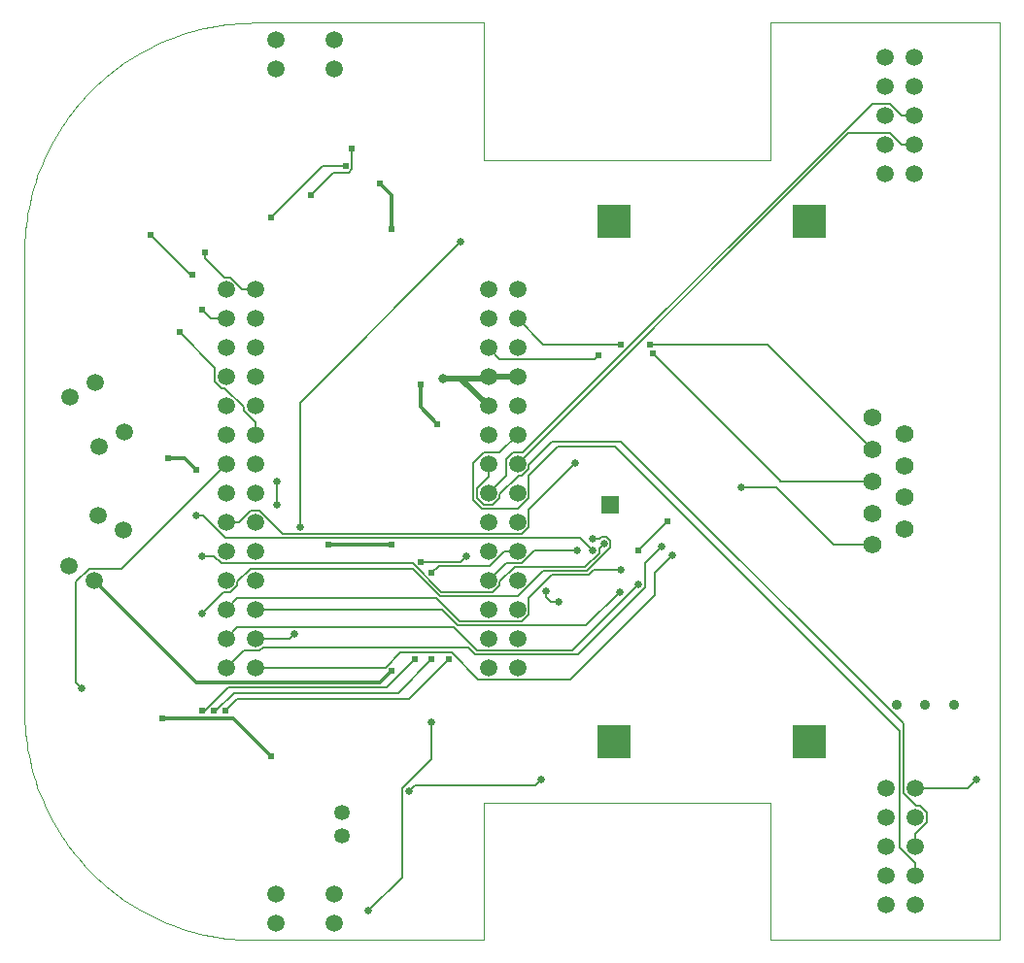
<source format=gbl>
G75*
%MOIN*%
%OFA0B0*%
%FSLAX25Y25*%
%IPPOS*%
%LPD*%
%AMOC8*
5,1,8,0,0,1.08239X$1,22.5*
%
%ADD10C,0.00000*%
%ADD11C,0.05315*%
%ADD12C,0.05906*%
%ADD13C,0.03562*%
%ADD14R,0.06063X0.06063*%
%ADD15C,0.06201*%
%ADD16C,0.02578*%
%ADD17C,0.00787*%
%ADD18C,0.03169*%
%ADD19C,0.01969*%
%ADD20C,0.02400*%
%ADD21C,0.01181*%
%ADD22R,0.11811X0.11811*%
D10*
X0105631Y0113505D02*
X0105631Y0270985D01*
X0105654Y0272888D01*
X0105723Y0274789D01*
X0105838Y0276689D01*
X0105999Y0278585D01*
X0106205Y0280476D01*
X0106457Y0282362D01*
X0106755Y0284241D01*
X0107098Y0286113D01*
X0107486Y0287976D01*
X0107919Y0289829D01*
X0108397Y0291671D01*
X0108919Y0293500D01*
X0109485Y0295317D01*
X0110095Y0297119D01*
X0110748Y0298907D01*
X0111444Y0300677D01*
X0112183Y0302431D01*
X0112964Y0304166D01*
X0113786Y0305882D01*
X0114650Y0307577D01*
X0115555Y0309251D01*
X0116500Y0310903D01*
X0117484Y0312531D01*
X0118507Y0314136D01*
X0119569Y0315714D01*
X0120669Y0317267D01*
X0121806Y0318793D01*
X0122979Y0320291D01*
X0124189Y0321760D01*
X0125433Y0323199D01*
X0126712Y0324608D01*
X0128025Y0325986D01*
X0129370Y0327331D01*
X0130748Y0328644D01*
X0132157Y0329923D01*
X0133596Y0331167D01*
X0135065Y0332377D01*
X0136563Y0333550D01*
X0138089Y0334687D01*
X0139642Y0335787D01*
X0141220Y0336849D01*
X0142825Y0337872D01*
X0144453Y0338856D01*
X0146105Y0339801D01*
X0147779Y0340706D01*
X0149474Y0341570D01*
X0151190Y0342392D01*
X0152925Y0343173D01*
X0154679Y0343912D01*
X0156449Y0344608D01*
X0158237Y0345261D01*
X0160039Y0345871D01*
X0161856Y0346437D01*
X0163685Y0346959D01*
X0165527Y0347437D01*
X0167380Y0347870D01*
X0169243Y0348258D01*
X0171115Y0348601D01*
X0172994Y0348899D01*
X0174880Y0349151D01*
X0176771Y0349357D01*
X0178667Y0349518D01*
X0180567Y0349633D01*
X0182468Y0349702D01*
X0184371Y0349725D01*
X0263111Y0349725D01*
X0263111Y0302481D01*
X0361536Y0302481D01*
X0361536Y0349725D01*
X0440276Y0349725D01*
X0440276Y0034765D01*
X0361536Y0034765D01*
X0361536Y0082009D01*
X0263111Y0082009D01*
X0263111Y0034765D01*
X0184371Y0034765D01*
X0182468Y0034788D01*
X0180567Y0034857D01*
X0178667Y0034972D01*
X0176771Y0035133D01*
X0174880Y0035339D01*
X0172994Y0035591D01*
X0171115Y0035889D01*
X0169243Y0036232D01*
X0167380Y0036620D01*
X0165527Y0037053D01*
X0163685Y0037531D01*
X0161856Y0038053D01*
X0160039Y0038619D01*
X0158237Y0039229D01*
X0156449Y0039882D01*
X0154679Y0040578D01*
X0152925Y0041317D01*
X0151190Y0042098D01*
X0149474Y0042920D01*
X0147779Y0043784D01*
X0146105Y0044689D01*
X0144453Y0045634D01*
X0142825Y0046618D01*
X0141220Y0047641D01*
X0139642Y0048703D01*
X0138089Y0049803D01*
X0136563Y0050940D01*
X0135065Y0052113D01*
X0133596Y0053323D01*
X0132157Y0054567D01*
X0130748Y0055846D01*
X0129370Y0057159D01*
X0128025Y0058504D01*
X0126712Y0059882D01*
X0125433Y0061291D01*
X0124189Y0062730D01*
X0122979Y0064199D01*
X0121806Y0065697D01*
X0120669Y0067223D01*
X0119569Y0068776D01*
X0118507Y0070354D01*
X0117484Y0071959D01*
X0116500Y0073587D01*
X0115555Y0075239D01*
X0114650Y0076913D01*
X0113786Y0078608D01*
X0112964Y0080324D01*
X0112183Y0082059D01*
X0111444Y0083813D01*
X0110748Y0085583D01*
X0110095Y0087371D01*
X0109485Y0089173D01*
X0108919Y0090990D01*
X0108397Y0092819D01*
X0107919Y0094661D01*
X0107486Y0096514D01*
X0107098Y0098377D01*
X0106755Y0100249D01*
X0106457Y0102128D01*
X0106205Y0104014D01*
X0105999Y0105905D01*
X0105838Y0107801D01*
X0105723Y0109701D01*
X0105654Y0111602D01*
X0105631Y0113505D01*
D11*
X0214528Y0078505D03*
X0214528Y0070631D03*
D12*
X0211930Y0050670D03*
X0211930Y0040670D03*
X0191930Y0040670D03*
X0191930Y0050670D03*
X0184765Y0128229D03*
X0184765Y0138229D03*
X0174765Y0138229D03*
X0174765Y0128229D03*
X0174765Y0148229D03*
X0184765Y0148229D03*
X0184765Y0158229D03*
X0184765Y0168229D03*
X0174765Y0168229D03*
X0174765Y0158229D03*
X0174765Y0178229D03*
X0184765Y0178229D03*
X0184765Y0188229D03*
X0174765Y0188229D03*
X0174765Y0198229D03*
X0184765Y0198229D03*
X0184765Y0208229D03*
X0174765Y0208229D03*
X0174765Y0218229D03*
X0184765Y0218229D03*
X0184765Y0228229D03*
X0184765Y0238229D03*
X0174765Y0238229D03*
X0174765Y0228229D03*
X0174765Y0248229D03*
X0184765Y0248229D03*
X0184765Y0258229D03*
X0174765Y0258229D03*
X0129882Y0226376D03*
X0121221Y0221376D03*
X0131221Y0204056D03*
X0139882Y0209056D03*
X0131026Y0180513D03*
X0139686Y0175513D03*
X0129686Y0158192D03*
X0121026Y0163192D03*
X0264765Y0158229D03*
X0274765Y0158229D03*
X0274765Y0148229D03*
X0264765Y0148229D03*
X0264765Y0138229D03*
X0274765Y0138229D03*
X0274765Y0128229D03*
X0264765Y0128229D03*
X0264765Y0168229D03*
X0274765Y0168229D03*
X0274765Y0178229D03*
X0274765Y0188229D03*
X0264765Y0188229D03*
X0264765Y0178229D03*
X0264765Y0198229D03*
X0274765Y0198229D03*
X0274765Y0208229D03*
X0264765Y0208229D03*
X0264765Y0218229D03*
X0274765Y0218229D03*
X0274765Y0228229D03*
X0274765Y0238229D03*
X0264765Y0238229D03*
X0264765Y0228229D03*
X0264765Y0248229D03*
X0274765Y0248229D03*
X0274765Y0258229D03*
X0264765Y0258229D03*
X0211930Y0333820D03*
X0211930Y0343820D03*
X0191930Y0343820D03*
X0191930Y0333820D03*
X0400906Y0337914D03*
X0410906Y0337914D03*
X0410906Y0327914D03*
X0400906Y0327914D03*
X0400906Y0317914D03*
X0410906Y0317914D03*
X0410906Y0307914D03*
X0400906Y0307914D03*
X0400906Y0297914D03*
X0410906Y0297914D03*
X0411182Y0086851D03*
X0401182Y0086851D03*
X0401182Y0076851D03*
X0401182Y0066851D03*
X0411182Y0066851D03*
X0411182Y0076851D03*
X0411182Y0056851D03*
X0411182Y0046851D03*
X0401182Y0046851D03*
X0401182Y0056851D03*
D13*
X0404843Y0115473D03*
X0414686Y0115473D03*
X0424528Y0115473D03*
D14*
X0306733Y0184371D03*
D15*
X0396576Y0181339D03*
X0396576Y0192245D03*
X0396576Y0203150D03*
X0396576Y0214056D03*
X0407757Y0208603D03*
X0407757Y0197698D03*
X0407757Y0186792D03*
X0407757Y0175887D03*
X0396576Y0170434D03*
D16*
X0351694Y0190276D03*
X0328072Y0166988D03*
X0324135Y0169903D03*
X0316261Y0156812D03*
X0309765Y0154253D03*
X0310355Y0162029D03*
X0304450Y0170906D03*
X0300513Y0172560D03*
X0300513Y0168623D03*
X0295198Y0168623D03*
X0284450Y0154585D03*
X0289016Y0150906D03*
X0257206Y0166654D03*
X0294607Y0198465D03*
X0255237Y0274411D03*
X0192245Y0192245D03*
X0192245Y0184371D03*
X0200119Y0176565D03*
X0166654Y0166654D03*
X0164686Y0180434D03*
X0166654Y0146969D03*
X0198150Y0139893D03*
X0245394Y0109568D03*
X0237520Y0085946D03*
X0223741Y0044813D03*
X0282796Y0089883D03*
X0432402Y0089883D03*
X0125316Y0121379D03*
D17*
X0123347Y0123347D01*
X0123347Y0157744D01*
X0127833Y0162230D01*
X0138766Y0162230D01*
X0174765Y0198229D01*
X0184765Y0208229D02*
X0184765Y0212648D01*
X0180818Y0216594D01*
X0180818Y0217757D01*
X0174292Y0224283D01*
X0173130Y0224283D01*
X0170818Y0226594D01*
X0170818Y0231388D01*
X0158780Y0243426D01*
X0166654Y0251300D02*
X0169725Y0248229D01*
X0174765Y0248229D01*
X0180346Y0258229D02*
X0176399Y0262176D01*
X0174283Y0262176D01*
X0167442Y0269017D01*
X0167442Y0270985D01*
X0163326Y0263111D02*
X0162717Y0263111D01*
X0148938Y0276891D01*
X0180346Y0258229D02*
X0184765Y0258229D01*
X0190276Y0282796D02*
X0207993Y0300513D01*
X0215867Y0300513D01*
X0217835Y0301646D02*
X0217835Y0306418D01*
X0217835Y0301646D02*
X0218061Y0301421D01*
X0218061Y0299604D01*
X0216776Y0298319D01*
X0211705Y0298319D01*
X0204056Y0290670D01*
X0255237Y0274411D02*
X0200119Y0219293D01*
X0200119Y0176565D01*
X0194292Y0174283D02*
X0276399Y0174283D01*
X0278711Y0176594D01*
X0278711Y0182569D01*
X0294607Y0198465D01*
X0288695Y0204056D02*
X0278711Y0194072D01*
X0278711Y0186594D01*
X0275012Y0182895D01*
X0262555Y0182895D01*
X0259431Y0186020D01*
X0259431Y0198476D01*
X0263130Y0202176D01*
X0268711Y0202176D01*
X0274765Y0208229D01*
X0273130Y0202176D02*
X0276749Y0202176D01*
X0396434Y0321861D01*
X0402541Y0321861D01*
X0406487Y0317914D01*
X0410906Y0317914D01*
X0402541Y0311861D02*
X0388396Y0311861D01*
X0274765Y0198229D01*
X0278711Y0198002D02*
X0278711Y0196594D01*
X0276399Y0194283D01*
X0275237Y0194283D01*
X0268711Y0187757D01*
X0268711Y0186594D01*
X0266399Y0184283D01*
X0263130Y0184283D01*
X0260818Y0186594D01*
X0260818Y0189864D01*
X0264765Y0193810D01*
X0264765Y0198229D01*
X0270818Y0199864D02*
X0270818Y0194283D01*
X0264765Y0188229D01*
X0270818Y0199864D02*
X0273130Y0202176D01*
X0278711Y0198002D02*
X0286733Y0206024D01*
X0310355Y0206024D01*
X0407235Y0109144D01*
X0407235Y0085216D01*
X0411654Y0080798D01*
X0412817Y0080798D01*
X0415128Y0078486D01*
X0415128Y0075216D01*
X0411182Y0071270D01*
X0411182Y0066851D01*
X0405848Y0066604D02*
X0405848Y0106594D01*
X0308387Y0204056D01*
X0288695Y0204056D01*
X0296240Y0172895D02*
X0174517Y0172895D01*
X0166979Y0180434D01*
X0164686Y0180434D01*
X0174765Y0178229D02*
X0179183Y0178229D01*
X0183130Y0182176D01*
X0186399Y0182176D01*
X0194292Y0174283D01*
X0192245Y0184371D02*
X0192245Y0192245D01*
X0170758Y0166654D02*
X0166654Y0166654D01*
X0170758Y0166654D02*
X0173346Y0164067D01*
X0238974Y0164067D01*
X0248758Y0154283D01*
X0266399Y0154283D01*
X0268711Y0156594D01*
X0268711Y0157757D01*
X0273850Y0162895D01*
X0298013Y0162895D01*
X0302795Y0167677D01*
X0302795Y0169251D01*
X0304450Y0170906D01*
X0302876Y0172560D02*
X0300513Y0172560D01*
X0302876Y0172560D02*
X0303504Y0173188D01*
X0305395Y0173188D01*
X0306732Y0171851D01*
X0306732Y0169652D01*
X0298588Y0161508D01*
X0283624Y0161508D01*
X0275012Y0152895D01*
X0248184Y0152895D01*
X0238903Y0162176D01*
X0183130Y0162176D01*
X0178711Y0157757D01*
X0178711Y0156594D01*
X0176399Y0154283D01*
X0173968Y0154283D01*
X0166654Y0146969D01*
X0174765Y0148229D02*
X0178711Y0152176D01*
X0246941Y0152176D01*
X0254834Y0144283D01*
X0276399Y0144283D01*
X0278711Y0146594D01*
X0278711Y0152074D01*
X0286757Y0160120D01*
X0299163Y0160120D01*
X0301071Y0162029D01*
X0310355Y0162029D01*
X0309765Y0154253D02*
X0298407Y0142895D01*
X0254259Y0142895D01*
X0248925Y0148229D01*
X0184765Y0148229D01*
X0178711Y0142176D02*
X0253017Y0142176D01*
X0260910Y0134283D01*
X0293731Y0134283D01*
X0316261Y0156812D01*
X0318543Y0155866D02*
X0318543Y0164312D01*
X0324135Y0169903D01*
X0328072Y0166988D02*
X0321899Y0160816D01*
X0321899Y0153323D01*
X0292859Y0124283D01*
X0261341Y0124283D01*
X0252209Y0133415D01*
X0234643Y0133415D01*
X0229457Y0128229D01*
X0184765Y0128229D01*
X0186399Y0134283D02*
X0180818Y0134283D01*
X0174765Y0128229D01*
X0175588Y0121604D02*
X0229872Y0121604D01*
X0239489Y0131221D01*
X0245394Y0131221D02*
X0233809Y0119635D01*
X0177557Y0119635D01*
X0171426Y0113505D01*
X0170591Y0113505D01*
X0167489Y0113505D02*
X0175588Y0121604D01*
X0178465Y0117442D02*
X0174528Y0113505D01*
X0178465Y0117442D02*
X0237520Y0117442D01*
X0251300Y0131221D01*
X0257847Y0135383D02*
X0260335Y0132895D01*
X0295572Y0132895D01*
X0318543Y0155866D01*
X0316261Y0168623D02*
X0326103Y0178465D01*
X0351694Y0190276D02*
X0363505Y0190276D01*
X0383347Y0170434D01*
X0396576Y0170434D01*
X0396576Y0192245D02*
X0364851Y0192245D01*
X0364851Y0192560D01*
X0321347Y0236064D01*
X0320198Y0239264D02*
X0360462Y0239264D01*
X0396576Y0203150D01*
X0310355Y0239264D02*
X0283730Y0239264D01*
X0274765Y0248229D01*
X0264765Y0238229D02*
X0268711Y0234283D01*
X0301212Y0234283D01*
X0302481Y0235552D01*
X0296240Y0172895D02*
X0300513Y0168623D01*
X0295198Y0168623D02*
X0280739Y0168623D01*
X0276399Y0164283D01*
X0270818Y0164283D01*
X0264765Y0158229D01*
X0265415Y0163298D02*
X0247944Y0163298D01*
X0245394Y0160749D01*
X0241457Y0164686D02*
X0255237Y0164686D01*
X0257206Y0166654D01*
X0265415Y0163298D02*
X0270346Y0168229D01*
X0274765Y0168229D01*
X0284450Y0154585D02*
X0284450Y0152617D01*
X0286161Y0150906D01*
X0289016Y0150906D01*
X0257847Y0135383D02*
X0187500Y0135383D01*
X0186399Y0134283D01*
X0184765Y0138229D02*
X0196487Y0138229D01*
X0198150Y0139893D01*
X0178711Y0142176D02*
X0174765Y0138229D01*
X0167489Y0113505D02*
X0166654Y0113505D01*
X0235238Y0086891D02*
X0235238Y0056310D01*
X0223741Y0044813D01*
X0237520Y0085946D02*
X0239489Y0087914D01*
X0280828Y0087914D01*
X0282796Y0089883D01*
X0245394Y0097048D02*
X0235238Y0086891D01*
X0245394Y0097048D02*
X0245394Y0109568D01*
X0405848Y0066604D02*
X0411182Y0061270D01*
X0411182Y0056851D01*
X0411182Y0086851D02*
X0429371Y0086851D01*
X0432402Y0089883D01*
X0410906Y0307914D02*
X0406487Y0307914D01*
X0402541Y0311861D01*
D18*
X0249331Y0227678D03*
D19*
X0255316Y0227678D01*
X0264765Y0218229D01*
X0264213Y0227678D02*
X0264765Y0228229D01*
X0274765Y0228229D01*
X0264213Y0227678D02*
X0249331Y0227678D01*
D20*
X0241457Y0225709D03*
X0247363Y0211930D03*
X0231615Y0170591D03*
X0241457Y0164686D03*
X0245394Y0160749D03*
X0245394Y0131221D03*
X0239489Y0131221D03*
X0231615Y0127284D03*
X0251300Y0131221D03*
X0209961Y0170591D03*
X0164686Y0196182D03*
X0154843Y0200119D03*
X0158780Y0243426D03*
X0166654Y0251300D03*
X0163326Y0263111D03*
X0167442Y0270985D03*
X0148938Y0276891D03*
X0190276Y0282796D03*
X0204056Y0290670D03*
X0215867Y0300513D03*
X0217835Y0306418D03*
X0227678Y0294607D03*
X0231615Y0278859D03*
X0302481Y0235552D03*
X0310355Y0239264D03*
X0320198Y0239264D03*
X0321347Y0236064D03*
X0326103Y0178465D03*
X0316261Y0168623D03*
X0190276Y0097757D03*
X0174528Y0113505D03*
X0170591Y0113505D03*
X0166654Y0113505D03*
X0152875Y0110749D03*
D21*
X0177284Y0110749D01*
X0190276Y0097757D01*
X0164531Y0123347D02*
X0227678Y0123347D01*
X0231615Y0127284D01*
X0231615Y0170591D02*
X0209961Y0170591D01*
X0164686Y0196182D02*
X0160749Y0200119D01*
X0154843Y0200119D01*
X0129686Y0158192D02*
X0164531Y0123347D01*
X0247363Y0211930D02*
X0241457Y0217835D01*
X0241457Y0225709D01*
X0231615Y0278859D02*
X0231615Y0290670D01*
X0227678Y0294607D01*
D22*
X0307993Y0281615D03*
X0374922Y0281615D03*
X0374922Y0102875D03*
X0307993Y0102875D03*
M02*

</source>
